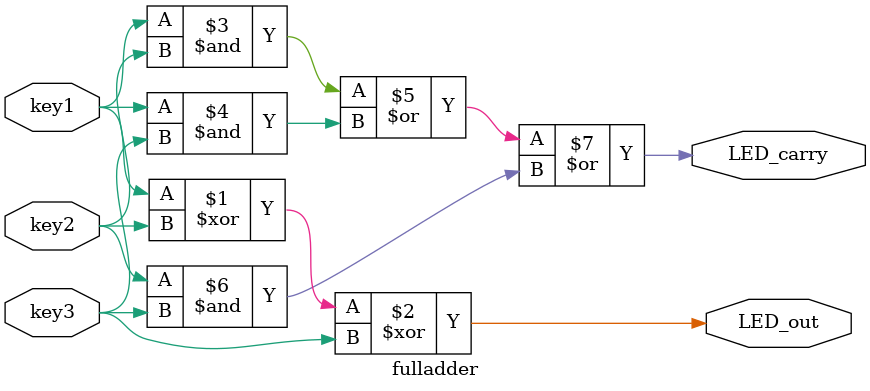
<source format=v>
module fulladder
(
input wire key1, key2, key3,
output wire LED_carry,LED_out
);

assign LED_out = key1^key2^key3;
assign LED_carry = (key1&key2) | (key1&key3) | (key2&key3);

endmodule
</source>
